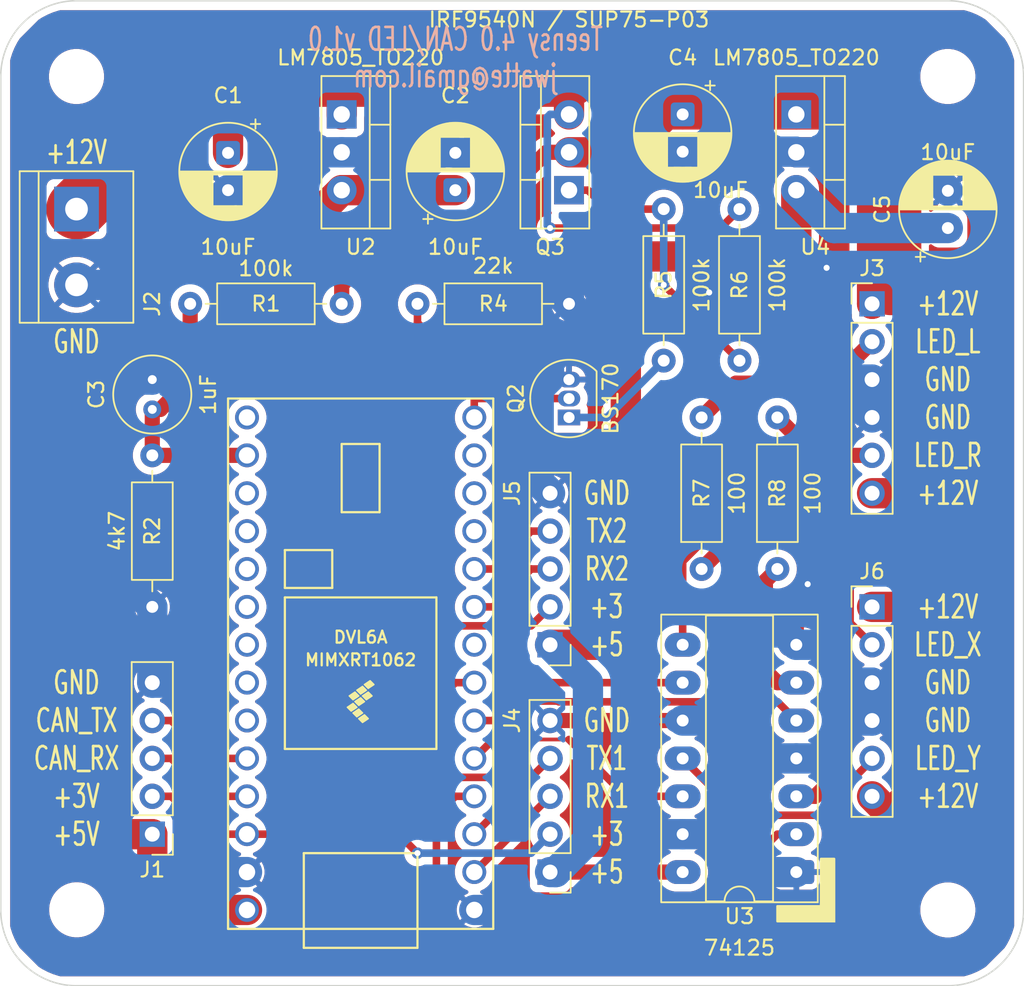
<source format=kicad_pcb>
(kicad_pcb (version 20241229) (generator "pcbnew") (generator_version "9.0")
  (layers (0 "F.Cu" signal) (2 "B.Cu" signal) (13 "F.Paste" user) (15 "B.Paste" user) (5 "F.SilkS" user "F.Silkscreen") (7 "B.SilkS" user "B.Silkscreen") (1 "F.Mask" user) (3 "B.Mask" user) (25 "Edge.Cuts" user))
  (net 0 "")
  (net 1 "GND")
  (net 2 "+12V")
  (net 3 "+5V")
  (net 4 "/ADC_0")
  (net 5 "/12V_SW")
  (net 6 "/5V_SW")
  (net 7 "+3V3")
  (net 8 "/CRX1")
  (net 9 "/CTX1")
  (net 10 "/LED_L5")
  (net 11 "/LED_R5")
  (net 12 "/TX1")
  (net 13 "/RX1")
  (net 14 "/RX2")
  (net 15 "/TX2")
  (net 16 "/LED_X5")
  (net 17 "/LED_Y5")
  (net 18 "/12_EN")
  (net 19 "/12_PWR")
  (net 20 "/12_G")
  (net 21 "/LED_LL")
  (net 22 "/LED_RR")
  (net 27 "/LED_L3")
  (net 30 "/LED_Y3")
  (net 32 "/LED_R3")
  (net 35 "/LED_X3")
  (footprint "Capacitor_THT:CP_Radial_D6.3mm_P2.50mm" (layer "F.Cu") (at 99.06 38.1 90)
    (property "Reference" "C2" (at 6.35 0 180) (layer "F.SilkS"))
    (property "Value" "10uF")
    (pad "1" thru_hole roundrect (at 0 0 90) (size 1.6 1.6) (drill 0.8) (layers "*.Cu" "*.Mask") (roundrect_rratio 0.15625) (net 3 "+5V"))
    (pad "2" thru_hole circle (at 2.5 0 90) (size 1.6 1.6) (drill 0.8) (layers "*.Cu" "*.Mask") (net 1 "GND"))
  )
  (footprint "Package_TO_SOT_THT:TO-220-3_Vertical" (layer "F.Cu") (at 121.92 33.02 -90)
    (property "Reference" "U4" (at 8.89 -1.27 180) (layer "F.SilkS"))
    (property "Value" "LM7805_TO220")
    (pad "1" thru_hole rect (at 0 0 270) (size 1.905 2) (drill 1.1) (layers "*.Cu" "*.Mask") (net 5 "/12V_SW"))
    (pad "2" thru_hole oval (at 2.54 0 270) (size 1.905 2) (drill 1.1) (layers "*.Cu" "*.Mask") (net 1 "GND"))
    (pad "3" thru_hole oval (at 5.08 0 270) (size 1.905 2) (drill 1.1) (layers "*.Cu" "*.Mask") (net 6 "/5V_SW"))
  )
  (footprint "MountingHole:MountingHole_3.2mm_M3" (layer "F.Cu") (at 73.675351 86.347876)
    (property "Reference" "REF**" (hide yes))
    (property "Value" "MountingHole_3.2mm_M3" (hide yes))
    (pad "" np_thru_hole circle (at 0 0) (size 3.2 3.2) (drill 3.2) (layers "*.Cu" "*.Mask"))
  )
  (footprint "Teensy:Teensy40" (layer "F.Cu") (at 92.71 69.85 90)
    (property "Reference" "U1" (hide yes))
    (property "Value" "Teensy4.0")
    (fp_text user "MIMXRT1062" (at 0.254 0 0) (layer "F.SilkS") (effects (font (size 0.8001 0.8001) (thickness 0.1524) (bold yes))))
    (fp_text user "DVL6A" (at 1.778 0 0) (layer "F.SilkS") (effects (font (size 0.8001 0.8001) (thickness 0.1524) (bold yes))))
    (pad "1" thru_hole circle (at -16.51 7.62 90) (size 1.6 1.6) (drill 1.1) (layers "*.Cu" "*.Mask") (net 1 "GND"))
    (pad "2" thru_hole circle (at -13.97 7.62 90) (size 1.6 1.6) (drill 1.1) (layers "*.Cu" "*.Mask") (net 13 "/RX1"))
    (pad "3" thru_hole circle (at -11.43 7.62 90) (size 1.6 1.6) (drill 1.1) (layers "*.Cu" "*.Mask") (net 12 "/TX1"))
    (pad "4" thru_hole circle (at -8.89 7.62 90) (size 1.6 1.6) (drill 1.1) (layers "*.Cu" "*.Mask") (net 27 "/LED_L3"))
    (pad "5" thru_hole circle (at -6.35 7.62 90) (size 1.6 1.6) (drill 1.1) (layers "*.Cu" "*.Mask") (net 32 "/LED_R3"))
    (pad "6" thru_hole circle (at -3.81 7.62 90) (size 1.6 1.6) (drill 1.1) (layers "*.Cu" "*.Mask") (net 35 "/LED_X3"))
    (pad "7" thru_hole circle (at -1.27 7.62 90) (size 1.6 1.6) (drill 1.1) (layers "*.Cu" "*.Mask") (net 30 "/LED_Y3"))
    (pad "8" thru_hole circle (at 1.27 7.62 90) (size 1.6 1.6) (drill 1.1) (layers "*.Cu" "*.Mask"))
    (pad "9" thru_hole circle (at 3.81 7.62 90) (size 1.6 1.6) (drill 1.1) (layers "*.Cu" "*.Mask") (net 14 "/RX2"))
    (pad "10" thru_hole circle (at 6.35 7.62 90) (size 1.6 1.6) (drill 1.1) (layers "*.Cu" "*.Mask") (net 15 "/TX2"))
    (pad "11" thru_hole circle (at 8.89 7.62 90) (size 1.6 1.6) (drill 1.1) (layers "*.Cu" "*.Mask"))
    (pad "12" thru_hole circle (at 11.43 7.62 90) (size 1.6 1.6) (drill 1.1) (layers "*.Cu" "*.Mask"))
    (pad "13" thru_hole circle (at 13.97 7.62 90) (size 1.6 1.6) (drill 1.1) (layers "*.Cu" "*.Mask"))
    (pad "14" thru_hole circle (at 16.51 7.62 90) (size 1.6 1.6) (drill 1.1) (layers "*.Cu" "*.Mask") (net 19 "/12_PWR"))
    (pad "20" thru_hole circle (at 16.51 -7.62 90) (size 1.6 1.6) (drill 1.1) (layers "*.Cu" "*.Mask"))
    (pad "21" thru_hole circle (at 13.97 -7.62 90) (size 1.6 1.6) (drill 1.1) (layers "*.Cu" "*.Mask") (net 4 "/ADC_0"))
    (pad "22" thru_hole circle (at 11.43 -7.62 90) (size 1.6 1.6) (drill 1.1) (layers "*.Cu" "*.Mask"))
    (pad "23" thru_hole circle (at 8.89 -7.62 90) (size 1.6 1.6) (drill 1.1) (layers "*.Cu" "*.Mask"))
    (pad "24" thru_hole circle (at 6.35 -7.62 90) (size 1.6 1.6) (drill 1.1) (layers "*.Cu" "*.Mask"))
    (pad "25" thru_hole circle (at 3.81 -7.62 90) (size 1.6 1.6) (drill 1.1) (layers "*.Cu" "*.Mask"))
    (pad "26" thru_hole circle (at 1.27 -7.62 90) (size 1.6 1.6) (drill 1.1) (layers "*.Cu" "*.Mask"))
    (pad "27" thru_hole circle (at -1.27 -7.62 90) (size 1.6 1.6) (drill 1.1) (layers "*.Cu" "*.Mask"))
    (pad "28" thru_hole circle (at -3.81 -7.62 90) (size 1.6 1.6) (drill 1.1) (layers "*.Cu" "*.Mask"))
    (pad "29" thru_hole circle (at -6.35 -7.62 90) (size 1.6 1.6) (drill 1.1) (layers "*.Cu" "*.Mask") (net 9 "/CTX1"))
    (pad "30" thru_hole circle (at -8.89 -7.62 90) (size 1.6 1.6) (drill 1.1) (layers "*.Cu" "*.Mask") (net 8 "/CRX1"))
    (pad "31" thru_hole circle (at -11.43 -7.62 90) (size 1.6 1.6) (drill 1.1) (layers "*.Cu" "*.Mask") (net 7 "+3V3"))
    (pad "32" thru_hole circle (at -13.97 -7.62 90) (size 1.6 1.6) (drill 1.1) (layers "*.Cu" "*.Mask") (net 1 "GND"))
    (pad "33" thru_hole circle (at -16.51 -7.62 90) (size 1.6 1.6) (drill 1.1) (layers "*.Cu" "*.Mask") (net 3 "+5V"))
  )
  (footprint "TerminalBlock:TerminalBlock_bornier-2_P5.08mm" (layer "F.Cu") (at 73.66 39.37 -90)
    (property "Reference" "J2" (at 6.35 -5.08 90) (layer "F.SilkS"))
    (property "Value" "12V_IN")
    (pad "1" thru_hole rect (at 0 0 270) (size 3 3) (drill 1.52) (layers "*.Cu" "*.Mask") (net 2 "+12V"))
    (pad "2" thru_hole circle (at 5.08 0 270) (size 3 3) (drill 1.52) (layers "*.Cu" "*.Mask") (net 1 "GND"))
  )
  (footprint "Package_DIP:CERDIP-14_W7.62mm_SideBrazed_LongPads_Socket" (layer "F.Cu") (at 121.92 83.82 180)
    (property "Reference" "U3" (at 3.81 -2.965 0) (layer "F.SilkS"))
    (property "Value" "74125")
    (pad "1" thru_hole roundrect (at 0 0 180) (size 2.4 1.6) (drill 0.8) (layers "*.Cu" "*.Mask") (roundrect_rratio 0.15625) (net 1 "GND"))
    (pad "2" thru_hole oval (at 0 2.54 180) (size 2.4 1.6) (drill 0.8) (layers "*.Cu" "*.Mask") (net 27 "/LED_L3"))
    (pad "3" thru_hole oval (at 0 5.08 180) (size 2.4 1.6) (drill 0.8) (layers "*.Cu" "*.Mask") (net 21 "/LED_LL"))
    (pad "4" thru_hole oval (at 0 7.62 180) (size 2.4 1.6) (drill 0.8) (layers "*.Cu" "*.Mask") (net 1 "GND"))
    (pad "5" thru_hole oval (at 0 10.16 180) (size 2.4 1.6) (drill 0.8) (layers "*.Cu" "*.Mask") (net 32 "/LED_R3"))
    (pad "6" thru_hole oval (at 0 12.7 180) (size 2.4 1.6) (drill 0.8) (layers "*.Cu" "*.Mask") (net 22 "/LED_RR"))
    (pad "7" thru_hole oval (at 0 15.24 180) (size 2.4 1.6) (drill 0.8) (layers "*.Cu" "*.Mask") (net 1 "GND"))
    (pad "8" thru_hole oval (at 7.62 15.24 180) (size 2.4 1.6) (drill 0.8) (layers "*.Cu" "*.Mask") (net 16 "/LED_X5"))
    (pad "9" thru_hole oval (at 7.62 12.7 180) (size 2.4 1.6) (drill 0.8) (layers "*.Cu" "*.Mask") (net 35 "/LED_X3"))
    (pad "10" thru_hole oval (at 7.62 10.16 180) (size 2.4 1.6) (drill 0.8) (layers "*.Cu" "*.Mask") (net 1 "GND"))
    (pad "11" thru_hole oval (at 7.62 7.62 180) (size 2.4 1.6) (drill 0.8) (layers "*.Cu" "*.Mask") (net 17 "/LED_Y5"))
    (pad "12" thru_hole oval (at 7.62 5.08 180) (size 2.4 1.6) (drill 0.8) (layers "*.Cu" "*.Mask") (net 30 "/LED_Y3"))
    (pad "13" thru_hole oval (at 7.62 2.54 180) (size 2.4 1.6) (drill 0.8) (layers "*.Cu" "*.Mask") (net 1 "GND"))
    (pad "14" thru_hole oval (at 7.62 0 180) (size 2.4 1.6) (drill 0.8) (layers "*.Cu" "*.Mask") (net 6 "/5V_SW"))
  )
  (footprint "Capacitor_THT:CP_Radial_D6.3mm_P2.50mm" (layer "F.Cu") (at 83.82 35.6 -90)
    (property "Reference" "C1" (at -3.85 0 180) (layer "F.SilkS"))
    (property "Value" "10uF")
    (pad "1" thru_hole roundrect (at 0 0 270) (size 1.6 1.6) (drill 0.8) (layers "*.Cu" "*.Mask") (roundrect_rratio 0.15625) (net 2 "+12V"))
    (pad "2" thru_hole circle (at 2.5 0 270) (size 1.6 1.6) (drill 0.8) (layers "*.Cu" "*.Mask") (net 1 "GND"))
  )
  (footprint "Connector_PinHeader_2.54mm:PinHeader_1x05_P2.54mm_Vertical" (layer "F.Cu") (at 105.41 68.58 180)
    (property "Reference" "J5" (at 2.54 10.16 90) (layer "F.SilkS"))
    (property "Value" "J_UART2")
    (pad "1" thru_hole rect (at 0 0 180) (size 1.7 1.7) (drill 1) (layers "*.Cu" "*.Mask") (net 6 "/5V_SW"))
    (pad "2" thru_hole circle (at 0 2.54 180) (size 1.7 1.7) (drill 1) (layers "*.Cu" "*.Mask") (net 7 "+3V3"))
    (pad "3" thru_hole circle (at 0 5.08 180) (size 1.7 1.7) (drill 1) (layers "*.Cu" "*.Mask") (net 14 "/RX2"))
    (pad "4" thru_hole circle (at 0 7.62 180) (size 1.7 1.7) (drill 1) (layers "*.Cu" "*.Mask") (net 15 "/TX2"))
    (pad "5" thru_hole circle (at 0 10.16 180) (size 1.7 1.7) (drill 1) (layers "*.Cu" "*.Mask") (net 1 "GND"))
  )
  (footprint "Resistor_THT:R_Axial_DIN0207_L6.3mm_D2.5mm_P10.16mm_Horizontal" (layer "F.Cu") (at 113.03 39.37 -90)
    (property "Reference" "R5" (at 5.08 0 90) (layer "F.SilkS"))
    (property "Value" "100k")
    (pad "1" thru_hole circle (at 0 0 270) (size 1.6 1.6) (drill 0.8) (layers "*.Cu" "*.Mask") (net 20 "/12_G"))
    (pad "2" thru_hole circle (at 10.16 0 270) (size 1.6 1.6) (drill 0.8) (layers "*.Cu" "*.Mask") (net 18 "/12_EN"))
  )
  (footprint "Resistor_THT:R_Axial_DIN0207_L6.3mm_D2.5mm_P10.16mm_Horizontal" (layer "F.Cu") (at 96.52 45.72)
    (property "Reference" "R4" (at 5.08 0 0) (layer "F.SilkS"))
    (property "Value" "22k")
    (pad "1" thru_hole circle (at 0 0) (size 1.6 1.6) (drill 0.8) (layers "*.Cu" "*.Mask") (net 19 "/12_PWR"))
    (pad "2" thru_hole circle (at 10.16 0) (size 1.6 1.6) (drill 0.8) (layers "*.Cu" "*.Mask") (net 1 "GND"))
  )
  (footprint "Resistor_THT:R_Axial_DIN0207_L6.3mm_D2.5mm_P10.16mm_Horizontal" (layer "F.Cu") (at 91.44 45.72 180)
    (property "Reference" "R1" (at 5.08 0 0) (layer "F.SilkS"))
    (property "Value" "100k")
    (pad "1" thru_hole circle (at 0 0 180) (size 1.6 1.6) (drill 0.8) (layers "*.Cu" "*.Mask") (net 5 "/12V_SW"))
    (pad "2" thru_hole circle (at 10.16 0 180) (size 1.6 1.6) (drill 0.8) (layers "*.Cu" "*.Mask") (net 4 "/ADC_0"))
  )
  (footprint "Capacitor_THT:C_Radial_D5.0mm_H5.0mm_P2.00mm" (layer "F.Cu") (at 78.74 52.8 90)
    (property "Reference" "C3" (at 1 -3.75 90) (layer "F.SilkS"))
    (property "Value" "1uF")
    (pad "1" thru_hole circle (at 0 0 90) (size 1.2 1.2) (drill 0.6) (layers "*.Cu" "*.Mask") (net 4 "/ADC_0"))
    (pad "2" thru_hole circle (at 2 0 90) (size 1.2 1.2) (drill 0.6) (layers "*.Cu" "*.Mask") (net 1 "GND"))
  )
  (footprint "Capacitor_THT:CP_Radial_D6.3mm_P2.50mm" (layer "F.Cu") (at 114.3 33.02 -90)
    (property "Reference" "C4" (at -3.81 0 180) (layer "F.SilkS"))
    (property "Value" "10uF")
    (pad "1" thru_hole roundrect (at 0 0 270) (size 1.6 1.6) (drill 0.8) (layers "*.Cu" "*.Mask") (roundrect_rratio 0.15625) (net 5 "/12V_SW"))
    (pad "2" thru_hole circle (at 2.5 0 270) (size 1.6 1.6) (drill 0.8) (layers "*.Cu" "*.Mask") (net 1 "GND"))
  )
  (footprint "MountingHole:MountingHole_3.2mm_M3" (layer "F.Cu") (at 132.08 30.48)
    (property "Reference" "REF**" (hide yes))
    (property "Value" "MountingHole_3.2mm_M3" (hide yes))
    (pad "" np_thru_hole circle (at 0 0) (size 3.2 3.2) (drill 3.2) (layers "*.Cu" "*.Mask"))
  )
  (footprint "Resistor_THT:R_Axial_DIN0207_L6.3mm_D2.5mm_P10.16mm_Horizontal" (layer "F.Cu") (at 115.57 63.5 90)
    (property "Reference" "R7" (at 5.08 0 90) (layer "F.SilkS"))
    (property "Value" "100")
    (pad "1" thru_hole circle (at 0 0 90) (size 1.6 1.6) (drill 0.8) (layers "*.Cu" "*.Mask") (net 21 "/LED_LL"))
    (pad "2" thru_hole circle (at 10.16 0 90) (size 1.6 1.6) (drill 0.8) (layers "*.Cu" "*.Mask") (net 10 "/LED_L5"))
  )
  (footprint "Connector_PinHeader_2.54mm:PinHeader_1x06_P2.54mm_Vertical" (layer "F.Cu") (at 127 45.72)
    (property "Reference" "J3" (at 0 -2.38 0) (layer "F.SilkS"))
    (property "Value" "LED_OUT_LR")
    (pad "1" thru_hole rect (at 0 0) (size 1.7 1.7) (drill 1) (layers "*.Cu" "*.Mask") (net 5 "/12V_SW"))
    (pad "2" thru_hole circle (at 0 2.54) (size 1.7 1.7) (drill 1) (layers "*.Cu" "*.Mask") (net 10 "/LED_L5"))
    (pad "3" thru_hole circle (at 0 5.08) (size 1.7 1.7) (drill 1) (layers "*.Cu" "*.Mask") (net 1 "GND"))
    (pad "4" thru_hole circle (at 0 7.62) (size 1.7 1.7) (drill 1) (layers "*.Cu" "*.Mask") (net 1 "GND"))
    (pad "5" thru_hole circle (at 0 10.16) (size 1.7 1.7) (drill 1) (layers "*.Cu" "*.Mask") (net 11 "/LED_R5"))
    (pad "6" thru_hole circle (at 0 12.7) (size 1.7 1.7) (drill 1) (layers "*.Cu" "*.Mask") (net 5 "/12V_SW"))
  )
  (footprint "Resistor_THT:R_Axial_DIN0207_L6.3mm_D2.5mm_P10.16mm_Horizontal" (layer "F.Cu") (at 120.65 63.5 90)
    (property "Reference" "R8" (at 5.08 0 90) (layer "F.SilkS"))
    (property "Value" "100")
    (pad "1" thru_hole circle (at 0 0 90) (size 1.6 1.6) (drill 0.8) (layers "*.Cu" "*.Mask") (net 22 "/LED_RR"))
    (pad "2" thru_hole circle (at 10.16 0 90) (size 1.6 1.6) (drill 0.8) (layers "*.Cu" "*.Mask") (net 11 "/LED_R5"))
  )
  (footprint "MountingHole:MountingHole_3.2mm_M3" (layer "F.Cu") (at 132.08 86.36)
    (property "Reference" "REF**" (hide yes))
    (property "Value" "MountingHole_3.2mm_M3" (hide yes))
    (pad "" np_thru_hole circle (at 0 0) (size 3.2 3.2) (drill 3.2) (layers "*.Cu" "*.Mask"))
  )
  (footprint "Connector_PinHeader_2.54mm:PinHeader_1x05_P2.54mm_Vertical" (layer "F.Cu") (at 78.74 81.28 180)
    (property "Reference" "J1" (at 0 -2.38 0) (layer "F.SilkS"))
    (property "Value" "J_CAN")
    (pad "1" thru_hole rect (at 0 0 180) (size 1.7 1.7) (drill 1) (layers "*.Cu" "*.Mask") (net 3 "+5V"))
    (pad "2" thru_hole circle (at 0 2.54 180) (size 1.7 1.7) (drill 1) (layers "*.Cu" "*.Mask") (net 7 "+3V3"))
    (pad "3" thru_hole circle (at 0 5.08 180) (size 1.7 1.7) (drill 1) (layers "*.Cu" "*.Mask") (net 8 "/CRX1"))
    (pad "4" thru_hole circle (at 0 7.62 180) (size 1.7 1.7) (drill 1) (layers "*.Cu" "*.Mask") (net 9 "/CTX1"))
    (pad "5" thru_hole circle (at 0 10.16 180) (size 1.7 1.7) (drill 1) (layers "*.Cu" "*.Mask") (net 1 "GND"))
  )
  (footprint "Resistor_THT:R_Axial_DIN0207_L6.3mm_D2.5mm_P10.16mm_Horizontal" (layer "F.Cu") (at 78.74 55.88 -90)
    (property "Reference" "R2" (at 5.08 0 90) (layer "F.SilkS"))
    (property "Value" "4k7")
    (pad "1" thru_hole circle (at 0 0 270) (size 1.6 1.6) (drill 0.8) (layers "*.Cu" "*.Mask") (net 4 "/ADC_0"))
    (pad "2" thru_hole circle (at 10.16 0 270) (size 1.6 1.6) (drill 0.8) (layers "*.Cu" "*.Mask") (net 1 "GND"))
  )
  (footprint "Package_TO_SOT_THT:TO-92_Inline" (layer "F.Cu") (at 106.68 53.34 90)
    (property "Reference" "Q2" (at 1.27 -3.56 90) (layer "F.SilkS"))
    (property "Value" "BS170")
    (pad "1" thru_hole rect (at 0 0 90) (size 1.05 1.5) (drill 0.75) (layers "*.Cu" "*.Mask") (net 18 "/12_EN"))
    (pad "2" thru_hole oval (at 1.27 0 90) (size 1.05 1.5) (drill 0.75) (layers "*.Cu" "*.Mask") (net 19 "/12_PWR"))
    (pad "3" thru_hole oval (at 2.54 0 90) (size 1.05 1.5) (drill 0.75) (layers "*.Cu" "*.Mask") (net 1 "GND"))
  )
  (footprint "Capacitor_THT:CP_Radial_D6.3mm_P2.50mm" (layer "F.Cu") (at 132.08 40.64 90)
    (property "Reference" "C5" (at 1.25 -4.4 90) (layer "F.SilkS"))
    (property "Value" "10uF")
    (pad "1" thru_hole roundrect (at 0 0 90) (size 1.6 1.6) (drill 0.8) (layers "*.Cu" "*.Mask") (roundrect_rratio 0.15625) (net 6 "/5V_SW"))
    (pad "2" thru_hole circle (at 2.5 0 90) (size 1.6 1.6) (drill 0.8) (layers "*.Cu" "*.Mask") (net 1 "GND"))
  )
  (footprint "Resistor_THT:R_Axial_DIN0207_L6.3mm_D2.5mm_P10.16mm_Horizontal" (layer "F.Cu") (at 118.11 39.37 -90)
    (property "Reference" "R6" (at 5.08 0 90) (layer "F.SilkS"))
    (property "Value" "100k")
    (pad "1" thru_hole circle (at 0 0 270) (size 1.6 1.6) (drill 0.8) (layers "*.Cu" "*.Mask") (net 2 "+12V"))
    (pad "2" thru_hole circle (at 10.16 0 270) (size 1.6 1.6) (drill 0.8) (layers "*.Cu" "*.Mask") (net 20 "/12_G"))
  )
  (footprint "Connector_PinHeader_2.54mm:PinHeader_1x06_P2.54mm_Vertical" (layer "F.Cu") (at 127 66.04)
    (property "Reference" "J6" (at 0 -2.38 0) (layer "F.SilkS"))
    (property "Value" "LED_OUT_XY")
    (pad "1" thru_hole rect (at 0 0) (size 1.7 1.7) (drill 1) (layers "*.Cu" "*.Mask") (net 5 "/12V_SW"))
    (pad "2" thru_hole circle (at 0 2.54) (size 1.7 1.7) (drill 1) (layers "*.Cu" "*.Mask") (net 16 "/LED_X5"))
    (pad "3" thru_hole circle (at 0 5.08) (size 1.7 1.7) (drill 1) (layers "*.Cu" "*.Mask") (net 1 "GND"))
    (pad "4" thru_hole circle (at 0 7.62) (size 1.7 1.7) (drill 1) (layers "*.Cu" "*.Mask") (net 1 "GND"))
    (pad "5" thru_hole circle (at 0 10.16) (size 1.7 1.7) (drill 1) (layers "*.Cu" "*.Mask") (net 17 "/LED_Y5"))
    (pad "6" thru_hole circle (at 0 12.7) (size 1.7 1.7) (drill 1) (layers "*.Cu" "*.Mask") (net 5 "/12V_SW"))
  )
  (footprint "Package_TO_SOT_THT:TO-220-3_Vertical" (layer "F.Cu") (at 91.44 33.02 -90)
    (property "Reference" "U2" (at 8.89 -1.27 180) (layer "F.SilkS"))
    (property "Value" "LM7805_TO220")
    (pad "1" thru_hole rect (at 0 0 270) (size 1.905 2) (drill 1.1) (layers "*.Cu" "*.Mask") (net 2 "+12V"))
    (pad "2" thru_hole oval (at 2.54 0 270) (size 1.905 2) (drill 1.1) (layers "*.Cu" "*.Mask") (net 1 "GND"))
    (pad "3" thru_hole oval (at 5.08 0 270) (size 1.905 2) (drill 1.1) (layers "*.Cu" "*.Mask") (net 3 "+5V"))
  )
  (footprint "Package_TO_SOT_THT:TO-220-3_Vertical" (layer "F.Cu") (at 106.68 38.1 90)
    (property "Reference" "Q3" (at -3.81 -1.27 180) (layer "F.SilkS"))
    (property "Value" "IRF9540N / SUP75-P03")
    (pad "1" thru_hole rect (at 0 0 90) (size 1.905 2) (drill 1.1) (layers "*.Cu" "*.Mask") (net 20 "/12_G"))
    (pad "2" thru_hole oval (at 2.54 0 90) (size 1.905 2) (drill 1.1) (layers "*.Cu" "*.Mask") (net 5 "/12V_SW"))
    (pad "3" thru_hole oval (at 5.08 0 90) (size 1.905 2) (drill 1.1) (layers "*.Cu" "*.Mask") (net 2 "+12V"))
  )
  (footprint "Connector_PinHeader_2.54mm:PinHeader_1x05_P2.54mm_Vertical" (layer "F.Cu") (at 105.41 83.82 180)
    (property "Reference" "J4" (at 2.54 10.16 90) (layer "F.SilkS"))
    (property "Value" "J_UART")
    (pad "1" thru_hole rect (at 0 0 180) (size 1.7 1.7) (drill 1) (layers "*.Cu" "*.Mask") (net 6 "/5V_SW"))
    (pad "2" thru_hole circle (at 0 2.54 180) (size 1.7 1.7) (drill 1) (layers "*.Cu" "*.Mask") (net 7 "+3V3"))
    (pad "3" thru_hole circle (at 0 5.08 180) (size 1.7 1.7) (drill 1) (layers "*.Cu" "*.Mask") (net 13 "/RX1"))
    (pad "4" thru_hole circle (at 0 7.62 180) (size 1.7 1.7) (drill 1) (layers "*.Cu" "*.Mask") (net 12 "/TX1"))
    (pad "5" thru_hole circle (at 0 10.16 180) (size 1.7 1.7) (drill 1) (layers "*.Cu" "*.Mask") (net 1 "GND"))
  )
  (footprint "MountingHole:MountingHole_3.2mm_M3" (layer "F.Cu") (at 73.66 30.48)
    (property "Reference" "REF**" (hide yes))
    (property "Value" "MountingHole_3.2mm_M3" (hide yes))
    (pad "" np_thru_hole circle (at 0 0) (size 3.2 3.2) (drill 3.2) (layers "*.Cu" "*.Mask"))
  )
  (gr_poly (pts (xy 123.571 82.931) (xy 124.46 82.931) (xy 124.46 87.122) (xy 120.65 87.122) (xy 120.65 86.106) (xy 123.571 86.106)) (stroke (width 0.15)) (fill yes) (layer "F.SilkS"))
  (gr_line (start 73.66 25.4) (end 121.92 25.4) (stroke (width 0.1)) (layer "Edge.Cuts"))
  (gr_arc (start 132.08 25.4) (mid 135.672102 26.887898) (end 137.16 30.48) (stroke (width 0.1)) (layer "Edge.Cuts"))
  (gr_arc (start 73.66 91.44) (mid 70.067898 89.952102) (end 68.58 86.36) (stroke (width 0.1)) (layer "Edge.Cuts"))
  (gr_line (start 68.58 30.48) (end 68.58 86.36) (stroke (width 0.1)) (layer "Edge.Cuts"))
  (gr_arc (start 68.58 30.48) (mid 70.067898 26.887898) (end 73.66 25.4) (stroke (width 0.1)) (layer "Edge.Cuts"))
  (gr_arc (start 137.16 86.36) (mid 135.672102 89.952102) (end 132.08 91.44) (stroke (width 0.1)) (layer "Edge.Cuts"))
  (gr_line (start 137.16 30.48) (end 137.16 86.36) (stroke (width 0.1)) (layer "Edge.Cuts"))
  (gr_line (start 121.92 91.44) (end 73.66 91.44) (stroke (width 0.1)) (layer "Edge.Cuts"))
  (gr_line (start 121.92 91.44) (end 132.08 91.44) (stroke (width 0.1)) (layer "Edge.Cuts"))
  (gr_line (start 132.08 25.4) (end 121.92 25.4) (stroke (width 0.1)) (layer "Edge.Cuts"))
  (gr_text "GND" (at 132.08 53.34 0) (layer "F.SilkS") (effects (font (size 1.524 1.016) (thickness 0.1778) (bold yes))))
  (gr_text "RX2" (at 109.22 63.5 0) (layer "F.SilkS") (effects (font (size 1.524 1.016) (thickness 0.1778) (bold yes))))
  (gr_text "LED_Y" (at 132.08 76.2 0) (layer "F.SilkS") (effects (font (size 1.524 1.016) (thickness 0.1778) (bold yes))))
  (gr_text "100k" (at 115.57 44.45 90) (layer "F.SilkS") (effects (font (size 1 1))))
  (gr_text "22k" (at 101.6 43.18 0) (layer "F.SilkS") (effects (font (size 1 1))))
  (gr_text "+3" (at 109.199353 66.022014 0) (layer "F.SilkS") (effects (font (size 1.524 1.016) (thickness 0.1778) (bold yes))))
  (gr_text "10uF" (at 99.06 41.91 0) (layer "F.SilkS") (effects (font (size 1 1))))
  (gr_text "CAN_RX\n" (at 73.66 76.2 0) (layer "F.SilkS") (effects (font (size 1.524 1.016) (thickness 0.1778) (bold yes))))
  (gr_text "RX1" (at 109.22 78.74 0) (layer "F.SilkS") (effects (font (size 1.524 1.016) (thickness 0.1778) (bold yes))))
  (gr_text "IRF9540N / SUP75-P03" (at 106.68 26.67 0) (layer "F.SilkS") (effects (font (size 1 1))))
  (gr_text "74125" (at 118.11 88.9 0) (layer "F.SilkS") (effects (font (size 1 1))))
  (gr_text "LED_R" (at 132.08 55.88 0) (layer "F.SilkS") (effects (font (size 1.524 1.016) (thickness 0.1778) (bold yes))))
  (gr_text "+12V\n" (at 132.08 58.42 0) (layer "F.SilkS") (effects (font (size 1.524 1.016) (thickness 0.1778) (bold yes))))
  (gr_text "TX1" (at 109.22 76.2 0) (layer "F.SilkS") (effects (font (size 1.524 1.016) (thickness 0.1778) (bold yes))))
  (gr_text "LED_X" (at 132.08 68.58 0) (layer "F.SilkS") (effects (font (size 1.524 1.016) (thickness 0.1778) (bold yes))))
  (gr_text "BS170" (at 109.47 52.07 90) (layer "F.SilkS") (effects (font (size 1 1))))
  (gr_text "GND\n" (at 73.66 48.26 0) (layer "F.SilkS") (effects (font (size 1.524 1.016) (thickness 0.1778) (bold yes))))
  (gr_text "100k" (at 120.65 44.45 90) (layer "F.SilkS") (effects (font (size 1 1))))
  (gr_text "100" (at 123.02 58.42 90) (layer "F.SilkS") (effects (font (size 1 1))))
  (gr_text "GND" (at 109.22 58.42 0) (layer "F.SilkS") (effects (font (size 1.524 1.016) (thickness 0.1778) (bold yes))))
  (gr_text "+5" (at 109.22 68.58 0) (layer "F.SilkS") (effects (font (size 1.524 1.016) (thickness 0.1778) (bold yes))))
  (gr_text "LED_L" (at 132.08 48.26 0) (layer "F.SilkS") (effects (font (size 1.524 1.016) (thickness 0.1778) (bold yes))))
  (gr_text "GND" (at 132.08 73.66 0) (layer "F.SilkS") (effects (font (size 1.524 1.016) (thickness 0.1778) (bold yes))))
  (gr_text "100" (at 117.94 58.42 90) (layer "F.SilkS") (effects (font (size 1 1))))
  (gr_text "CAN_TX\n" (at 73.66 73.66 0) (layer "F.SilkS") (effects (font (size 1.524 1.016) (thickness 0.1778) (bold yes))))
  (gr_text "10uF" (at 116.84 38.1 0) (layer "F.SilkS") (effects (font (size 1 1))))
  (gr_text "GND" (at 73.66 71.12 0) (layer "F.SilkS") (effects (font (size 1.524 1.016) (thickness 0.1778) (bold yes))))
  (gr_text "+3" (at 109.22 81.28 0) (layer "F.SilkS") (effects (font (size 1.524 1.016) (thickness 0.1778) (bold yes))))
  (gr_text "4k7" (at 76.37 60.96 90) (layer "F.SilkS") (effects (font (size 1 1))))
  (gr_text "1uF" (at 82.49 51.8 90) (layer "F.SilkS") (effects (font (size 1 1))))
  (gr_text "LM7805_TO220" (at 92.71 29.21 0) (layer "F.SilkS") (effects (font (size 1 1))))
  (gr_text "10uF" (at 132.08 35.56 0) (layer "F.SilkS") (effects (font (size 1 1))))
  (gr_text "+12V" (at 132.08 66.04 0) (layer "F.SilkS") (effects (font (size 1.524 1.016) (thickness 0.1778) (bold yes))))
  (gr_text "100k" (at 86.36 43.35 0) (layer "F.SilkS") (effects (font (size 1 1))))
  (gr_text "GND" (at 132.08 50.8 0) (layer "F.SilkS") (effects (font (size 1.524 1.016) (thickness 0.1778) (bold yes))))
  (gr_text "10uF" (at 83.82 41.91 0) (layer "F.SilkS") (effects (font (size 1 1))))
  (gr_text "+12V" (at 132.08 45.72 0) (layer "F.SilkS") (effects (font (size 1.524 1.016) (thickness 0.1778) (bold yes))))
  (gr_text "GND" (at 132.08 71.12 0) (layer "F.SilkS") (effects (font (size 1.524 1.016) (thickness 0.1778) (bold yes))))
  (gr_text "+3V" (at 73.66 78.74 0) (layer "F.SilkS") (effects (font (size 1.524 1.016) (thickness 0.1778) (bold yes))))
  (gr_text "+5" (at 109.22 83.82 0) (layer "F.SilkS") (effects (font (size 1.524 1.016) (thickness 0.1778) (bold yes))))
  (gr_text "GND" (at 109.22 73.66 0) (layer "F.SilkS") (effects (font (size 1.524 1.016) (thickness 0.1778) (bold yes))))
  (gr_text "+5V" (at 73.66 81.28 0) (layer "F.SilkS") (effects (font (size 1.524 1.016) (thickness 0.1778) (bold yes))))
  (gr_text "LM7805_TO220" (at 121.92 29.21 0) (layer "F.SilkS") (effects (font (size 1 1))))
  (gr_text "+12V\n" (at 132.08 78.74 0) (layer "F.SilkS") (effects (font (size 1.524 1.016) (thickness 0.1778) (bold yes))))
  (gr_text "+12V" (at 73.66 35.56 0) (layer "F.SilkS") (effects (font (size 1.524 1.016) (thickness 0.1778) (bold yes))))
  (gr_text "TX2" (at 109.22 60.96 0) (layer "F.SilkS") (effects (font (size 1.524 1.016) (thickness 0.1778) (bold yes))))
  (gr_text "Teensy 4.0 CAN/LED v1.0\njwatte@gmail.com" (at 99.06 29.21 0) (layer "B.SilkS") (effects (font (size 1.524 1.016) (thickness 0.1778) (bold yes)) (justify mirror)))
  (segment (start 123.952 43.307) (end 122.301 44.958) (width 1.016) (layer "F.Cu") (net 1))
  (segment (start 121.92 35.56) (end 123.842062 35.56) (width 2.032) (layer "F.Cu") (net 1))
  (segment (start 121.92 68.58) (end 121.92 65.278) (width 1.016) (layer "F.Cu") (net 1))
  (segment (start 124.46 36.177938) (end 124.46 42.799) (width 2.032) (layer "F.Cu") (net 1))
  (segment (start 122.301 44.958) (end 116.078 44.958) (width 1.016) (layer "F.Cu") (net 1))
  (segment (start 121.92 65.278) (end 122.682 64.516) (width 1.016) (layer "F.Cu") (net 1))
  (segment (start 105.41 73.66) (end 114.3 73.66) (width 1.016) (layer "F.Cu") (net 1))
  (segment (start 123.842062 35.56) (end 124.46 36.177938) (width 2.032) (layer "F.Cu") (net 1))
  (segment (start 124.46 42.799) (end 123.952 43.307) (width 2.032) (layer "F.Cu") (net 1))
  (via (at 116.078 44.958) (size 0.762) (drill 0.4064) (layers "F.Cu" "B.Cu") (net 1))
  (via (at 123.952 43.307) (size 0.762) (drill 0.4064) (layers "F.Cu" "B.Cu") (net 1))
  (via (at 122.682 64.516) (size 0.762) (drill 0.4064) (layers "F.Cu" "B.Cu") (net 1))
  (segment (start 116.84 78.848) (end 116.84 81.28) (width 2.032) (layer "B.Cu") (net 1))
  (segment (start 116.84 81.28) (end 119.38 83.82) (width 2.032) (layer "B.Cu") (net 1))
  (segment (start 109.22 39.37) (end 109.22 41.91) (width 2.032) (layer "B.Cu") (net 1))
  (segment (start 121.92 68.58) (end 124.46 68.58) (width 2.032) (layer "B.Cu") (net 1))
  (segment (start 113.07 35.52) (end 109.22 39.37) (width 2.032) (layer "B.Cu") (net 1))
  (segment (start 105.33572 49.60428) (end 106.045 48.895) (width 2.032) (layer "B.Cu") (net 1))
  (segment (start 110.49 82.658) (end 110.49 86.36) (width 2.032) (layer "B.Cu") (net 1))
  (segment (start 86.36 38.1) (end 88.9 35.56) (width 2.032) (layer "B.Cu") (net 1))
  (segment (start 124.46 68.58) (end 124.46 69.85) (width 2.032) (layer "B.Cu") (net 1))
  (segment (start 76.2 52.07) (end 76.2 63.5) (width 2.032) (layer "B.Cu") (net 1))
  (segment (start 120.65 67.31) (end 121.92 68.58) (width 2.032) (layer "B.Cu") (net 1))
  (segment (start 111.868 81.28) (end 110.49 82.658) (width 2.032) (layer "B.Cu") (net 1))
  (segment (start 91.44 35.56) (end 99.02 35.56) (width 2.032) (layer "B.Cu") (net 1))
  (segment (start 127 71.12) (end 127 72.39) (width 2.032) (layer "B.Cu") (net 1))
  (segment (start 125.797919 73.66) (end 127 73.66) (width 2.032) (layer "B.Cu") (net 1))
  (segment (start 116.948 73.66) (end 119.488 76.2) (width 2.032) (layer "B.Cu") (net 1))
  (segment (start 106.53144 50.8) (end 105.33572 49.60428) (width 0.508) (layer "B.Cu") (net 1))
  (segment (start 127 52.07) (end 127 53.34) (width 2.032) (layer "B.Cu") (net 1))
  (segment (start 119.488 76.2) (end 116.84 78.848) (width 2.032) (layer "B.Cu") (net 1))
  (segment (start 105.33572 50.72572) (end 105.33572 49.60428) (width 2.032) (layer "B.Cu") (net 1))
  (segment (start 132.08 72.39) (end 132.08 52.07) (width 4.064) (layer "B.Cu") (net 1))
  (segment (start 81.28 71.12) (end 81.28 81.14137) (width 2.032) (layer "B.Cu") (net 1))
  (segment (start 88.9 35.56) (end 91.44 35.56) (width 2.032) (layer "B.Cu") (net 1))
  (segment (start 124.46 74.997919) (end 125.797919 73.66) (width 2.032) (layer "B.Cu") (net 1))
  (segment (start 127 72.39) (end 132.08 72.39) (width 4.064) (layer "B.Cu") (net 1))
  (segment (start 127 50.8) (end 127 52.07) (width 2.032) (layer "B.Cu") (net 1))
  (segment (start 129.5 35.56) (end 132.08 38.14) (width 2.032) (layer "B.Cu") (net 1))
  (segment (start 132.08 52.07) (end 127 52.07) (width 4.064) (layer "B.Cu") (net 1))
  (segment (start 102.87 36.83) (end 102.87 41.91) (width 2.032) (layer "B.Cu") (net 1))
  (segment (start 124.46 50.8) (end 120.65 46.99) (width 2.032) (layer "B.Cu") (net 1))
  (segment (start 127 50.8) (end 124.46 50.8) (width 2.032) (layer "B.Cu") (net 1))
  (segment (start 125.73 71.12) (end 127 71.12) (width 2.032) (layer "B.Cu") (net 1))
  (segment (start 77.47 44.45) (end 83.82 38.1) (width 2.032) (layer "B.Cu") (net 1))
  (segment (start 110.49 86.36) (end 100.33 86.36) (width 2.032) (layer "B.Cu") (net 1))
  (segment (start 106.68 50.8) (end 105.41 50.8) (width 0.508) (layer "B.Cu") (net 1))
  (segment (start 99.06 35.6) (end 101.64 35.6) (width 2.032) (layer "B.Cu") (net 1))
  (segment (start 106.68 50.8) (end 106.53144 50.8) (width 0.508) (layer "B.Cu") (net 1))
  (segment (start 102.87 41.91) (end 106.68 45.72) (width 2.032) (layer "B.Cu") (net 1))
  (segment (start 107.95 46.99) (end 120.65 46.99) (width 2.032) (layer "B.Cu") (net 1))
  (segment (start 114.3 35.52) (end 113.07 35.52) (width 2.032) (layer "B.Cu") (net 1))
  (segment (start 121.88 35.52) (end 121.92 35.56) (width 2.032) (layer "B.Cu") (net 1))
  (segment (start 78.74 66.04) (end 78.74 71.12) (width 2.032) (layer "B.Cu") (net 1))
  (segment (start 81.28 81.14137) (end 83.95863 83.82) (width 2.032) (layer "B.Cu") (net 1))
  (segment (start 104.56 51.50144) (end 105.33572 50.72572) (width 2.032) (layer "B.Cu") (net 1))
  (segment (start 78.74 71.12) (end 81.28 71.12) (width 2.032) (layer "B.Cu") (net 1))
  (segment (start 78.74 50.8) (end 77.47 50.8) (width 2.032) (layer "B.Cu") (net 1))
  (segment (start 109.22 41.91) (end 106.68 44.45) (width 2.032) (layer "B.Cu") (net 1))
  (segment (start 105.41 58.42) (end 104.56 57.57) (width 2.032) (layer "B.Cu") (net 1))
  (segment (start 78.74 50.8) (end 78.74 45.72) (width 2.032) (layer "B.Cu") (net 1))
  (segment (start 119.38 83.82) (end 121.92 83.82) (width 2.032) (layer "B.Cu") (net 1))
  (segment (start 106.045 48.895) (end 107.95 46.99) (width 2.032) (layer "B.Cu") (net 1))
  (segment (start 114.3 81.28) (end 111.868 81.28) (width 2.032) (layer "B.Cu") (net 1))
  (segment (start 114.3 35.52) (end 121.88 35.52) (width 2.032) (layer "B.Cu") (net 1))
  (segment (start 106.68 48.26) (end 107.95 46.99) (width 0.508) (layer "B.Cu") (net 1))
  (segment (start 83.82 38.1) (end 86.36 38.1) (width 2.032) (layer "B.Cu") (net 1))
  (segment (start 106.68 45.72) (end 107.95 46.99) (width 2.032) (layer "B.Cu") (net 1))
  (segment (start 104.56 57.57) (end 104.56 51.50144) (width 2.032) (layer "B.Cu") (net 1))
  (segment (start 101.64 35.6) (end 102.87 36.83) (width 2.032) (layer "B.Cu") (net 1))
  (segment (start 124.46 76.092) (end 124.46 74.997919) (width 2.032) (layer "B.Cu") (net 1))
  (segment (start 77.47 50.8) (end 76.2 52.07) (width 2.032) (layer "B.Cu") (net 1))
  (segment (start 124.46 69.85) (end 125.73 71.12) (width 2.032) (layer "B.Cu") (net 1))
  (segment (start 105.41 50.8) (end 105.41 58.42) (width 0.508) (layer "B.Cu") (net 1))
  (segment (start 114.3 81.28) (end 116.84 81.28) (width 2.032) (layer "B.Cu") (net 1))
  (segment (start 99.02 35.56) (end 99.06 35.6) (width 2.032) (layer "B.Cu") (net 1))
  (segment (start 121.92 76.2) (end 119.488 76.2) (width 2.032) (layer "B.Cu") (net 1))
  (segment (start 124.352 76.2) (end 124.46 76.092) (width 2.032) (layer "B.Cu") (net 1))
  (segment (start 127 72.39) (end 127 73.66) (width 2.032) (layer "B.Cu") (net 1))
  (segment (start 73.66 44.45) (end 77.47 44.45) (width 2.032) (layer "B.Cu") (net 1))
  (segment (start 83.95863 83.82) (end 85.09 83.82) (width 2.032) (layer "B.Cu") (net 1))
  (segment (start 121.92 35.56) (end 129.5 35.56) (width 2.032) (layer "B.Cu") (net 1))
  (segment (start 106.68 45.72) (end 106.68 44.45) (width 2.032) (layer "B.Cu") (net 1))
  (segment (start 121.92 76.2) (end 124.352 76.2) (width 2.032) (layer "B.Cu") (net 1))
  (segment (start 76.2 63.5) (end 78.74 66.04) (width 2.032) (layer "B.Cu") (net 1))
  (segment (start 114.3 73.66) (end 116.948 73.66) (width 2.032) (layer "B.Cu") (net 1))
  (segment (start 78.74 45.72) (end 77.47 44.45) (width 2.032) (layer "B.Cu") (net 1))
  (segment (start 83.82 35.6) (end 83.82 31.75) (width 2.032) (layer "F.Cu") (net 2))
  (segment (start 82.55 30.48) (end 91.44 30.48) (width 4.064) (layer "F.Cu") (net 2))
  (segment (start 91.44 33.02) (end 91.44 30.48) (width 2.032) (layer "F.Cu") (net 2))
  (segment (start 106.68 30.48) (end 106.68 33.02) (width 2.032) (layer "F.Cu") (net 2))
  (segment (start 83.82 31.75) (end 82.55 30.48) (width 2.032) (layer "F.Cu") (net 2))
  (segment (start 116.84 40.64) (end 118.11 39.37) (width 0.508) (layer "F.Cu") (net 2))
  (segment (start 73.66 39.37) (end 82.55 30.48) (width 4.064) (layer "F.Cu") (net 2))
  (segment (start 105.41 40.64) (end 116.84 40.64) (width 0.508) (layer "F.Cu") (net 2))
  (segment (start 91.44 30.48) (end 106.68 30.48) (width 4.064) (layer "F.Cu") (net 2))
  (via (at 105.41 40.64) (size 0.762) (drill 0.4064) (layers "F.Cu" "B.Cu") (net 2))
  (segment (start 105.225 33.205) (end 105.225 40.455) (width 0.508) (layer "B.Cu") (net 2))
  (segment (start 105.41 33.02) (end 105.225 33.205) (width 0.508) (layer "B.Cu") (net 2))
  (segment (start 105.225 40.455) (end 105.41 40.64) (width 0.508) (layer "B.Cu") (net 2))
  (segment (start 106.68 33.02) (end 105.41 33.02) (width 0.508) (layer "B.Cu") (net 2))
  (segment (start 91.44 38.1) (end 86.36 43.18) (width 2.032) (layer "F.Cu") (net 3))
  (segment (start 73.66 80.01) (end 74.93 81.28) (width 2.032) (layer "F.Cu") (net 3))
  (segment (start 91.44 38.1) (end 99.06 38.1) (width 2.032) (layer "F.Cu") (net 3))
  (segment (start 78.74 83.82) (end 81.28 86.36) (width 2.032) (layer "F.Cu") (net 3))
  (segment (start 81.28 86.36) (end 85.09 86.36) (width 2.032) (layer "F.Cu") (net 3))
  (segment (start 78.74 81.28) (end 78.74 83.82) (width 2.032) (layer "F.Cu") (net 3))
  (segment (start 74.93 81.28) (end 78.74 81.28) (width 2.032) (layer "F.Cu") (net 3))
  (segment (start 73.66 49.53) (end 73.66 80.01) (width 2.032) (layer "F.Cu") (net 3))
  (segment (start 86.36 43.18) (end 80.01 43.18) (width 2.032) (layer "F.Cu") (net 3))
  (segment (start 80.01 43.18) (end 73.66 49.53) (width 2.032) (layer "F.Cu") (net 3))
  (segment (start 78.74 52.8) (end 78.74 55.88) (width 1.016) (layer "F.Cu") (net 4))
  (segment (start 81.28 50.8) (end 79.28 52.8) (width 1.016) (layer "F.Cu") (net 4))
  (segment (start 79.28 52.8) (end 78.74 52.8) (width 1.016) (layer "F.Cu") (net 4))
  (segment (start 81.28 48.26) (end 81.28 50.8) (width 1.016) (layer "F.Cu") (net 4))
  (segment (start 85.09 55.88) (end 78.74 55.88) (width 1.016) (layer "F.Cu") (net 4))
  (segment (start 81.28 48.26) (end 81.28 45.72) (width 1.016) (layer "F.Cu") (net 4))
  (segment (start 98.822 41.91) (end 105.172 35.56) (width 1.016) (layer "F.Cu") (net 5))
  (segment (start 130.81 58.42) (end 130.81 64.77) (width 4.064) (layer "F.Cu") (net 5))
  (segment (start 114.3 33.02) (end 121.92 33.02) (width 2.032) (layer "F.Cu") (net 5))
  (segment (start 127 35.56) (end 127 45.72) (width 2.032) (layer "F.Cu") (net 5))
  (segment (start 106.68 35.56) (end 105.172 35.56) (width 1.016) (layer "F.Cu") (net 5))
  (segment (start 91.44 44.45) (end 93.98 41.91) (width 1.016) (layer "F.Cu") (net 5))
  (segment (start 128.27 34.29) (end 128.27 44.45) (width 4.064) (layer "F.Cu") (net 5))
  (segment (start 98.822 41.91) (end 93.98 41.91) (width 1.016) (layer "F.Cu") (net 5))
  (segment (start 111.76 33.02) (end 110.49 34.29) (width 4.064) (layer "F.Cu") (net 5))
  (segment (start 129.54 44.45) (end 132.08 46.99) (width 4.064) (layer "F.Cu") (net 5))
  (segment (start 91.44 45.72) (end 91.44 44.45) (width 1.016) (layer "F.Cu") (net 5))
  (segment (start 127 66.04) (end 132.08 66.04) (width 2.032) (layer "F.Cu") (net 5))
  (segment (start 132.08 77.47) (end 129.54 80.01) (width 4.064) (layer "F.Cu") (net 5))
  (segment (start 127 78.74) (end 128.27 80.01) (width 2.032) (layer "F.Cu") (net 5))
  (segment (start 128.27 44.45) (end 129.54 44.45) (width 2.032) (layer "F.Cu") (net 5))
  (segment (start 111.76 33.02) (end 114.3 33.02) (width 2.032) (layer "F.Cu") (net 5))
  (segment (start 130.81 64.77) (end 132.08 66.04) (width 4.064) (layer "F.Cu") (net 5))
  (segment (start 114.3 30.48) (end 124.46 30.48) (width 4.064) (layer "F.Cu") (net 5))
  (segment (start 121.92 33.02) (end 124.46 33.02) (width 2.032) (layer "F.Cu") (net 5))
  (segment (start 124.46 33.02) (end 127 35.56) (width 2.032) (layer "F.Cu") (net 5))
  (segment (start 132.08 46.99) (end 132.08 57.15) (width 4.064) (layer "F.Cu") (net 5))
  (segment (start 124.46 30.48) (end 128.27 34.29) (width 4.064) (layer "F.Cu") (net 5))
  (segment (start 111.76 33.02) (end 114.3 30.48) (width 4.064) (layer "F.Cu") (net 5))
  (segment (start 127 45.72) (end 128.27 44.45) (width 2.032) (layer "F.Cu") (net 5))
  (segment (start 109.22 35.56) (end 110.49 34.29) (width 2.032) (layer "F.Cu") (net 5))
  (segment (start 127 58.42) (end 130.81 58.42) (width 2.032) (layer "F.Cu") (net 5))
  (segment (start 128.27 80.01) (end 129.54 80.01) (width 2.032) (layer "F.Cu") (net 5))
  (segment (start 132.08 57.15) (end 130.81 58.42) (width 4.064) (layer "F.Cu") (net 5))
  (segment (start 106.68 35.56) (end 109.22 35.56) (width 2.032) (layer "F.Cu") (net 5))
  (segment (start 132.08 66.04) (end 132.08 77.47) (width 4.064) (layer "F.Cu") (net 5))
  (segment (start 110.49 42.545) (end 120.65 42.545) (width 2.032) (layer "F.Cu") (net 6))
  (segment (start 110.49 68.58) (end 110.49 42.545) (width 2.032) (layer "F.Cu") (net 6))
  (segment (start 121.92 41.275) (end 121.92 38.1) (width 2.032) (layer "F.Cu") (net 6))
  (segment (start 120.65 42.545) (end 121.92 41.275) (width 2.032) (layer "F.Cu") (net 6))
  (segment (start 114.3 83.82) (end 105.41 83.82) (width 1.016) (layer "F.Cu") (net 6))
  (segment (start 105.41 68.58) (end 110.49 68.58) (width 2.032) (layer "F.Cu") (net 6))
  (segment (start 107.95 71.12) (end 107.95 81.66318) (width 2.032) (layer "B.Cu") (net 6))
  (segment (start 105.79318 83.82) (end 105.41 83.82) (width 2.032) (layer "B.Cu") (net 6))
  (segment (start 124.46 40.64) (end 123.825 40.005) (width 2.032) (layer "B.Cu") (net 6))
  (segment (start 105.41 68.58) (end 107.95 71.12) (width 2.032) (layer "B.Cu") (net 6))
  (segment (start 121.92 38.1) (end 123.825 40.005) (width 1.016) (layer "B.Cu") (net 6))
  (segment (start 107.95 81.66318) (end 105.79318 83.82) (width 2.032) (layer "B.Cu") (net 6))
  (segment (start 132.08 40.64) (end 124.46 40.64) (width 2.032) (layer "B.Cu") (net 6))
  (segment (start 121.92 38.1) (end 124.46 40.64) (width 2.032) (layer "B.Cu") (net 6))
  (segment (start 80.01 78.74) (end 82.55 81.28) (width 0.508) (layer "F.Cu") (net 7))
  (segment (start 78.74 78.74) (end 80.01 78.74) (width 0.508) (layer "F.Cu") (net 7))
  (segment (start 95.25 68.58) (end 95.25 81.28) (width 0.508) (layer "F.Cu") (net 7))
  (segment (start 104.14 67.31) (end 96.52 67.31) (width 0.508) (layer "F.Cu") (net 7))
  (segment (start 96.52 67.31) (end 95.25 68.58) (width 0.508) (layer "F.Cu") (net 7))
  (segment (start 96.52 82.55) (end 95.25 81.28) (width 0.508) (layer "F.Cu") (net 7))
  (segment (start 95.25 81.28) (end 85.09 81.28) (width 0.508) (layer "F.Cu") (net 7))
  (segment (start 82.55 81.28) (end 85.09 81.28) (width 0.508) (layer "F.Cu") (net 7))
  (segment (start 105.41 66.04) (end 104.14 67.31) (width 0.508) (layer "F.Cu") (net 7))
  (via (at 96.52 82.55) (size 0.762) (drill 0.4064) (layers "F.Cu" "B.Cu") (net 7))
  (segment (start 104.14 82.55) (end 96.52 82.55) (width 0.508) (layer "B.Cu") (net 7))
  (segment (start 105.41 81.28) (end 104.14 82.55) (width 0.508) (layer "B.Cu") (net 7))
  (segment (start 82.55 78.74) (end 85.09 78.74) (width 0.508) (layer "F.Cu") (net 8))
  (segment (start 78.74 76.2) (end 80.01 76.2) (width 0.508) (layer "F.Cu") (net 8))
  (segment (start 80.01 76.2) (end 82.55 78.74) (width 0.508) (layer "F.Cu") (net 8))
  (segment (start 82.55 76.2) (end 85.09 76.2) (width 0.508) (layer "F.Cu") (net 9))
  (segment (start 78.74 73.66) (end 80.01 73.66) (width 0.508) (layer "F.Cu") (net 9))
  (segment (start 80.01 73.66) (end 82.55 76.2) (width 0.508) (layer "F.Cu") (net 9))
  (segment (start 117.871 51.039) (end 115.57 53.34) (width 1.016) (layer "F.Cu") (net 10))
  (segment (start 127 48.26) (end 124.221 51.039) (width 1.016) (layer "F.Cu") (net 10))
  (segment (start 124.221 51.039) (end 117.871 51.039) (width 1.016) (layer "F.Cu") (net 10))
  (segment (start 127 55.88) (end 123.19 55.88) (width 1.016) (layer "F.Cu") (net 11))
  (segment (start 123.19 55.88) (end 120.65 53.34) (width 1.016) (layer "F.Cu") (net 11))
  (segment (start 105.41 76.2) (end 100.33 81.28) (width 0.508) (layer "F.Cu") (net 12))
  (segment (start 105.41 78.74) (end 100.33 83.82) (width 0.508) (layer "F.Cu") (net 13))
  (segment (start 104.14 63.5) (end 105.41 63.5) (width 0.508) (layer "F.Cu") (net 14))
  (segment (start 100.33 66.04) (end 101.6 66.04) (width 0.508) (layer "F.Cu") (net 14))
  (segment (start 101.6 66.04) (end 104.14 63.5) (width 0.508) (layer "F.Cu") (net 14))
  (segment (start 100.33 63.5) (end 101.6 63.5) (width 0.508) (layer "F.Cu") (net 15))
  (segment (start 104.14 60.96) (end 105.41 60.96) (width 0.508) (layer "F.Cu") (net 15))
  (segment (start 101.6 63.5) (end 104.14 60.96) (width 0.508) (layer "F.Cu") (net 15))
  (segment (start 114.3 62.995161) (end 114.3 68.58) (width 0.508) (layer "F.Cu") (net 16))
  (segment (start 125.529 63.207112) (end 122.011888 59.69) (width 0.508) (layer "F.Cu") (net 16))
  (segment (start 122.011888 59.69) (end 117.605161 59.69) (width 0.508) (layer "F.Cu") (net 16))
  (segment (start 127 68.58) (end 125.529 67.109) (width 0.508) (layer "F.Cu") (net 16))
  (segment (start 125.529 67.109) (end 125.529 63.207112) (width 0.508) (layer "F.Cu") (net 16))
  (segment (start 117.605161 59.69) (end 114.3 62.995161) (width 0.508) (layer "F.Cu") (net 16))
  (segment (start 127 76.2) (end 127 76.291888) (width 0.508) (layer "F.Cu") (net 17))
  (segment (start 118.11 80.01) (end 114.3 76.2) (width 0.508) (layer "F.Cu") (net 17))
  (segment (start 123.281888 80.01) (end 118.11 80.01) (width 0.508) (layer "F.Cu") (net 17))
  (segment (start 127 76.291888) (end 123.281888 80.01) (width 0.508) (layer "F.Cu") (net 17))
  (segment (start 109.22 53.34) (end 113.03 49.53) (width 0.508) (layer "B.Cu") (net 18))
  (segment (start 106.68 53.34) (end 109.22 53.34) (width 0.508) (layer "B.Cu") (net 18))
  (segment (start 106.68 52.07) (end 100.33 52.07) (width 0.508) (layer "F.Cu") (net 19))
  (segment (start 96.52 46.99) (end 100.33 50.8) (width 0.508) (layer "F.Cu") (net 19))
  (segment (start 100.33 52.07) (end 100.33 53.34) (width 0.508) (layer "F.Cu") (net 19))
  (segment (start 100.33 50.8) (end 100.33 52.07) (width 0.508) (layer "F.Cu") (net 19))
  (segment (start 96.52 45.72) (end 96.52 46.99) (width 0.508) (layer "F.Cu") (net 19))
  (segment (start 107.95 38.1) (end 109.22 39.37) (width 0.508) (layer "F.Cu") (net 20))
  (segment (start 113.03 44.45) (end 118.11 49.53) (width 0.508) (layer "F.Cu") (net 20))
  (segment (start 109.22 39.37) (end 113.03 39.37) (width 0.508) (layer "F.Cu") (net 20))
  (segment (start 106.68 38.1) (end 107.95 38.1) (width 0.508) (layer "F.Cu") (net 20))
  (via (at 113.03 44.45) (size 0.762) (drill 0.4064) (layers "F.Cu" "B.Cu") (net 20))
  (segment (start 113.03 41.91) (end 113.03 44.45) (width 0.508) (layer "B.Cu") (net 20))
  (segment (start 113.03 39.37) (end 113.03 41.91) (width 0.508) (layer "B.Cu") (net 20))
  (segment (start 124.46 63.5) (end 121.92 60.96) (width 1.016) (layer "F.Cu") (net 21))
  (segment (start 121.92 78.74) (end 123.19 78.74) (width 1.016) (layer "F.Cu") (net 21))
  (segment (start 121.92 60.96) (end 118.11 60.96) (width 1.016) (layer "F.Cu") (net 21))
  (segment (start 118.11 60.96) (end 115.57 63.5) (width 1.016) (layer "F.Cu") (net 21))
  (segment (start 124.46 77.47) (end 124.46 63.5) (width 1.016) (layer "F.Cu") (net 21))
  (segment (start 123.19 78.74) (end 124.46 77.47) (width 1.016) (layer "F.Cu") (net 21))
  (segment (start 121.92 71.12) (end 120.65 71.12) (width 1.016) (layer "F.Cu") (net 22))
  (segment (start 119.850001 64.299999) (end 120.65 63.5) (width 1.016) (layer "F.Cu") (net 22))
  (segment (start 120.65 71.12) (end 119.850001 70.320001) (width 1.016) (layer "F.Cu") (net 22))
  (segment (start 119.850001 70.320001) (end 119.850001 64.299999) (width 1.016) (layer "F.Cu") (net 22))
  (segment (start 97.79 80.01) (end 99.06 78.74) (width 0.508) (layer "F.Cu") (net 27))
  (segment (start 99.06 88.9) (end 97.79 87.63) (width 0.508) (layer "F.Cu") (net 27))
  (segment (start 120.65 81.28) (end 113.03 88.9) (width 0.508) (layer "F.Cu") (net 27))
  (segment (start 99.06 78.74) (end 100.33 78.74) (width 0.508) (layer "F.Cu") (net 27))
  (segment (start 97.79 87.63) (end 97.79 80.01) (width 0.508) (layer "F.Cu") (net 27))
  (segment (start 113.03 88.9) (end 99.06 88.9) (width 0.508) (layer "F.Cu") (net 27))
  (segment (start 121.92 81.28) (end 120.65 81.28) (width 0.508) (layer "F.Cu") (net 27))
  (segment (start 99.06 71.12) (end 100.33 71.12) (width 0.508) (layer "F.Cu") (net 30))
  (segment (start 110.49 78.74) (end 106.68 74.93) (width 0.508) (layer "F.Cu") (net 30))
  (segment (start 97.79 72.39) (end 99.06 71.12) (width 0.508) (layer "F.Cu") (net 30))
  (segment (start 104.14 74.93) (end 101.6 77.47) (width 0.508) (layer "F.Cu") (net 30))
  (segment (start 114.3 78.74) (end 110.49 78.74) (width 0.508) (layer "F.Cu") (net 30))
  (segment (start 99.06 77.47) (end 97.79 76.2) (width 0.508) (layer "F.Cu") (net 30))
  (segment (start 106.68 74.93) (end 104.14 74.93) (width 0.254) (layer "F.Cu") (net 30))
  (segment (start 101.6 77.47) (end 99.06 77.47) (width 0.508) (layer "F.Cu") (net 30))
  (segment (start 97.79 76.2) (end 97.79 72.39) (width 0.508) (layer "F.Cu") (net 30))
  (segment (start 104.175 72.355) (end 105.950549 72.355) (width 0.508) (layer "F.Cu") (net 32))
  (segment (start 105.950549 72.355) (end 106.000549 72.405) (width 0.508) (layer "F.Cu") (net 32))
  (segment (start 106.000549 72.405) (end 120.665 72.405) (width 0.508) (layer "F.Cu") (net 32))
  (segment (start 100.33 76.2) (end 104.175 72.355) (width 0.508) (layer "F.Cu") (net 32))
  (segment (start 120.665 72.405) (end 121.92 73.66) (width 0.508) (layer "F.Cu") (net 32))
  (segment (start 104.14 71.12) (end 101.6 73.66) (width 0.508) (layer "F.Cu") (net 35))
  (segment (start 114.3 71.12) (end 104.14 71.12) (width 0.508) (layer "F.Cu") (net 35))
  (segment (start 101.6 73.66) (end 100.33 73.66) (width 0.508) (layer "F.Cu") (net 35))
  (zone (net 1) (net_name "GND") (layers "F.Cu" "B.Cu") (priority 2) (connect_pads (clearance 0.508)) (min_thickness 0.254) (fill yes (thermal_gap 0.381) (thermal_bridge_width 0.381))
    (polygon (pts (xy 69.215 28.575) (xy 71.755 26.035) (xy 133.985 26.035) (xy 136.525 28.575) (xy 136.525 88.265) (xy 133.985 90.805) (xy 71.755 90.805) (xy 69.215 88.265)))
  )
)
</source>
